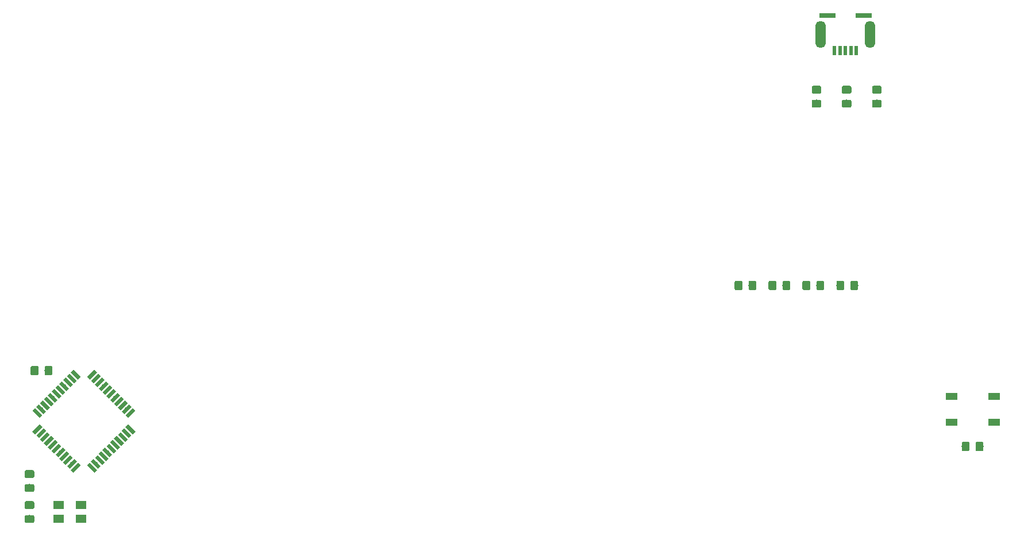
<source format=gbr>
G04 #@! TF.GenerationSoftware,KiCad,Pcbnew,(5.0.0-3-g5ebb6b6)*
G04 #@! TF.CreationDate,2019-05-05T10:35:57-03:00*
G04 #@! TF.ProjectId,elongate,656C6F6E676174652E6B696361645F70,rev?*
G04 #@! TF.SameCoordinates,Original*
G04 #@! TF.FileFunction,Paste,Bot*
G04 #@! TF.FilePolarity,Positive*
%FSLAX46Y46*%
G04 Gerber Fmt 4.6, Leading zero omitted, Abs format (unit mm)*
G04 Created by KiCad (PCBNEW (5.0.0-3-g5ebb6b6)) date 2019 May 05, Sunday 10:35:57*
%MOMM*%
%LPD*%
G01*
G04 APERTURE LIST*
%ADD10C,0.100000*%
%ADD11C,1.150000*%
%ADD12R,1.600000X1.300000*%
%ADD13R,1.700000X1.000000*%
%ADD14R,2.350000X0.800000*%
%ADD15R,0.500000X1.400000*%
%ADD16O,1.500000X4.000000*%
%ADD17C,0.550000*%
G04 APERTURE END LIST*
D10*
G04 #@! TO.C,C1*
G36*
X113758505Y-72850204D02*
X113782773Y-72853804D01*
X113806572Y-72859765D01*
X113829671Y-72868030D01*
X113851850Y-72878520D01*
X113872893Y-72891132D01*
X113892599Y-72905747D01*
X113910777Y-72922223D01*
X113927253Y-72940401D01*
X113941868Y-72960107D01*
X113954480Y-72981150D01*
X113964970Y-73003329D01*
X113973235Y-73026428D01*
X113979196Y-73050227D01*
X113982796Y-73074495D01*
X113984000Y-73098999D01*
X113984000Y-73749001D01*
X113982796Y-73773505D01*
X113979196Y-73797773D01*
X113973235Y-73821572D01*
X113964970Y-73844671D01*
X113954480Y-73866850D01*
X113941868Y-73887893D01*
X113927253Y-73907599D01*
X113910777Y-73925777D01*
X113892599Y-73942253D01*
X113872893Y-73956868D01*
X113851850Y-73969480D01*
X113829671Y-73979970D01*
X113806572Y-73988235D01*
X113782773Y-73994196D01*
X113758505Y-73997796D01*
X113734001Y-73999000D01*
X112833999Y-73999000D01*
X112809495Y-73997796D01*
X112785227Y-73994196D01*
X112761428Y-73988235D01*
X112738329Y-73979970D01*
X112716150Y-73969480D01*
X112695107Y-73956868D01*
X112675401Y-73942253D01*
X112657223Y-73925777D01*
X112640747Y-73907599D01*
X112626132Y-73887893D01*
X112613520Y-73866850D01*
X112603030Y-73844671D01*
X112594765Y-73821572D01*
X112588804Y-73797773D01*
X112585204Y-73773505D01*
X112584000Y-73749001D01*
X112584000Y-73098999D01*
X112585204Y-73074495D01*
X112588804Y-73050227D01*
X112594765Y-73026428D01*
X112603030Y-73003329D01*
X112613520Y-72981150D01*
X112626132Y-72960107D01*
X112640747Y-72940401D01*
X112657223Y-72922223D01*
X112675401Y-72905747D01*
X112695107Y-72891132D01*
X112716150Y-72878520D01*
X112738329Y-72868030D01*
X112761428Y-72859765D01*
X112785227Y-72853804D01*
X112809495Y-72850204D01*
X112833999Y-72849000D01*
X113734001Y-72849000D01*
X113758505Y-72850204D01*
X113758505Y-72850204D01*
G37*
D11*
X113284000Y-73424000D03*
D10*
G36*
X113758505Y-70800204D02*
X113782773Y-70803804D01*
X113806572Y-70809765D01*
X113829671Y-70818030D01*
X113851850Y-70828520D01*
X113872893Y-70841132D01*
X113892599Y-70855747D01*
X113910777Y-70872223D01*
X113927253Y-70890401D01*
X113941868Y-70910107D01*
X113954480Y-70931150D01*
X113964970Y-70953329D01*
X113973235Y-70976428D01*
X113979196Y-71000227D01*
X113982796Y-71024495D01*
X113984000Y-71048999D01*
X113984000Y-71699001D01*
X113982796Y-71723505D01*
X113979196Y-71747773D01*
X113973235Y-71771572D01*
X113964970Y-71794671D01*
X113954480Y-71816850D01*
X113941868Y-71837893D01*
X113927253Y-71857599D01*
X113910777Y-71875777D01*
X113892599Y-71892253D01*
X113872893Y-71906868D01*
X113851850Y-71919480D01*
X113829671Y-71929970D01*
X113806572Y-71938235D01*
X113782773Y-71944196D01*
X113758505Y-71947796D01*
X113734001Y-71949000D01*
X112833999Y-71949000D01*
X112809495Y-71947796D01*
X112785227Y-71944196D01*
X112761428Y-71938235D01*
X112738329Y-71929970D01*
X112716150Y-71919480D01*
X112695107Y-71906868D01*
X112675401Y-71892253D01*
X112657223Y-71875777D01*
X112640747Y-71857599D01*
X112626132Y-71837893D01*
X112613520Y-71816850D01*
X112603030Y-71794671D01*
X112594765Y-71771572D01*
X112588804Y-71747773D01*
X112585204Y-71723505D01*
X112584000Y-71699001D01*
X112584000Y-71048999D01*
X112585204Y-71024495D01*
X112588804Y-71000227D01*
X112594765Y-70976428D01*
X112603030Y-70953329D01*
X112613520Y-70931150D01*
X112626132Y-70910107D01*
X112640747Y-70890401D01*
X112657223Y-70872223D01*
X112675401Y-70855747D01*
X112695107Y-70841132D01*
X112716150Y-70828520D01*
X112738329Y-70818030D01*
X112761428Y-70809765D01*
X112785227Y-70803804D01*
X112809495Y-70800204D01*
X112833999Y-70799000D01*
X113734001Y-70799000D01*
X113758505Y-70800204D01*
X113758505Y-70800204D01*
G37*
D11*
X113284000Y-71374000D03*
G04 #@! TD*
D10*
G04 #@! TO.C,C2*
G36*
X113758505Y-66228204D02*
X113782773Y-66231804D01*
X113806572Y-66237765D01*
X113829671Y-66246030D01*
X113851850Y-66256520D01*
X113872893Y-66269132D01*
X113892599Y-66283747D01*
X113910777Y-66300223D01*
X113927253Y-66318401D01*
X113941868Y-66338107D01*
X113954480Y-66359150D01*
X113964970Y-66381329D01*
X113973235Y-66404428D01*
X113979196Y-66428227D01*
X113982796Y-66452495D01*
X113984000Y-66476999D01*
X113984000Y-67127001D01*
X113982796Y-67151505D01*
X113979196Y-67175773D01*
X113973235Y-67199572D01*
X113964970Y-67222671D01*
X113954480Y-67244850D01*
X113941868Y-67265893D01*
X113927253Y-67285599D01*
X113910777Y-67303777D01*
X113892599Y-67320253D01*
X113872893Y-67334868D01*
X113851850Y-67347480D01*
X113829671Y-67357970D01*
X113806572Y-67366235D01*
X113782773Y-67372196D01*
X113758505Y-67375796D01*
X113734001Y-67377000D01*
X112833999Y-67377000D01*
X112809495Y-67375796D01*
X112785227Y-67372196D01*
X112761428Y-67366235D01*
X112738329Y-67357970D01*
X112716150Y-67347480D01*
X112695107Y-67334868D01*
X112675401Y-67320253D01*
X112657223Y-67303777D01*
X112640747Y-67285599D01*
X112626132Y-67265893D01*
X112613520Y-67244850D01*
X112603030Y-67222671D01*
X112594765Y-67199572D01*
X112588804Y-67175773D01*
X112585204Y-67151505D01*
X112584000Y-67127001D01*
X112584000Y-66476999D01*
X112585204Y-66452495D01*
X112588804Y-66428227D01*
X112594765Y-66404428D01*
X112603030Y-66381329D01*
X112613520Y-66359150D01*
X112626132Y-66338107D01*
X112640747Y-66318401D01*
X112657223Y-66300223D01*
X112675401Y-66283747D01*
X112695107Y-66269132D01*
X112716150Y-66256520D01*
X112738329Y-66246030D01*
X112761428Y-66237765D01*
X112785227Y-66231804D01*
X112809495Y-66228204D01*
X112833999Y-66227000D01*
X113734001Y-66227000D01*
X113758505Y-66228204D01*
X113758505Y-66228204D01*
G37*
D11*
X113284000Y-66802000D03*
D10*
G36*
X113758505Y-68278204D02*
X113782773Y-68281804D01*
X113806572Y-68287765D01*
X113829671Y-68296030D01*
X113851850Y-68306520D01*
X113872893Y-68319132D01*
X113892599Y-68333747D01*
X113910777Y-68350223D01*
X113927253Y-68368401D01*
X113941868Y-68388107D01*
X113954480Y-68409150D01*
X113964970Y-68431329D01*
X113973235Y-68454428D01*
X113979196Y-68478227D01*
X113982796Y-68502495D01*
X113984000Y-68526999D01*
X113984000Y-69177001D01*
X113982796Y-69201505D01*
X113979196Y-69225773D01*
X113973235Y-69249572D01*
X113964970Y-69272671D01*
X113954480Y-69294850D01*
X113941868Y-69315893D01*
X113927253Y-69335599D01*
X113910777Y-69353777D01*
X113892599Y-69370253D01*
X113872893Y-69384868D01*
X113851850Y-69397480D01*
X113829671Y-69407970D01*
X113806572Y-69416235D01*
X113782773Y-69422196D01*
X113758505Y-69425796D01*
X113734001Y-69427000D01*
X112833999Y-69427000D01*
X112809495Y-69425796D01*
X112785227Y-69422196D01*
X112761428Y-69416235D01*
X112738329Y-69407970D01*
X112716150Y-69397480D01*
X112695107Y-69384868D01*
X112675401Y-69370253D01*
X112657223Y-69353777D01*
X112640747Y-69335599D01*
X112626132Y-69315893D01*
X112613520Y-69294850D01*
X112603030Y-69272671D01*
X112594765Y-69249572D01*
X112588804Y-69225773D01*
X112585204Y-69201505D01*
X112584000Y-69177001D01*
X112584000Y-68526999D01*
X112585204Y-68502495D01*
X112588804Y-68478227D01*
X112594765Y-68454428D01*
X112603030Y-68431329D01*
X112613520Y-68409150D01*
X112626132Y-68388107D01*
X112640747Y-68368401D01*
X112657223Y-68350223D01*
X112675401Y-68333747D01*
X112695107Y-68319132D01*
X112716150Y-68306520D01*
X112738329Y-68296030D01*
X112761428Y-68287765D01*
X112785227Y-68281804D01*
X112809495Y-68278204D01*
X112833999Y-68277000D01*
X113734001Y-68277000D01*
X113758505Y-68278204D01*
X113758505Y-68278204D01*
G37*
D11*
X113284000Y-68852000D03*
G04 #@! TD*
D12*
G04 #@! TO.C,X1*
X117602000Y-71374000D03*
X120902000Y-71374000D03*
X120902000Y-73374000D03*
X117602000Y-73374000D03*
G04 #@! TD*
D10*
G04 #@! TO.C,R1*
G36*
X253605505Y-62039204D02*
X253629773Y-62042804D01*
X253653572Y-62048765D01*
X253676671Y-62057030D01*
X253698850Y-62067520D01*
X253719893Y-62080132D01*
X253739599Y-62094747D01*
X253757777Y-62111223D01*
X253774253Y-62129401D01*
X253788868Y-62149107D01*
X253801480Y-62170150D01*
X253811970Y-62192329D01*
X253820235Y-62215428D01*
X253826196Y-62239227D01*
X253829796Y-62263495D01*
X253831000Y-62287999D01*
X253831000Y-63188001D01*
X253829796Y-63212505D01*
X253826196Y-63236773D01*
X253820235Y-63260572D01*
X253811970Y-63283671D01*
X253801480Y-63305850D01*
X253788868Y-63326893D01*
X253774253Y-63346599D01*
X253757777Y-63364777D01*
X253739599Y-63381253D01*
X253719893Y-63395868D01*
X253698850Y-63408480D01*
X253676671Y-63418970D01*
X253653572Y-63427235D01*
X253629773Y-63433196D01*
X253605505Y-63436796D01*
X253581001Y-63438000D01*
X252930999Y-63438000D01*
X252906495Y-63436796D01*
X252882227Y-63433196D01*
X252858428Y-63427235D01*
X252835329Y-63418970D01*
X252813150Y-63408480D01*
X252792107Y-63395868D01*
X252772401Y-63381253D01*
X252754223Y-63364777D01*
X252737747Y-63346599D01*
X252723132Y-63326893D01*
X252710520Y-63305850D01*
X252700030Y-63283671D01*
X252691765Y-63260572D01*
X252685804Y-63236773D01*
X252682204Y-63212505D01*
X252681000Y-63188001D01*
X252681000Y-62287999D01*
X252682204Y-62263495D01*
X252685804Y-62239227D01*
X252691765Y-62215428D01*
X252700030Y-62192329D01*
X252710520Y-62170150D01*
X252723132Y-62149107D01*
X252737747Y-62129401D01*
X252754223Y-62111223D01*
X252772401Y-62094747D01*
X252792107Y-62080132D01*
X252813150Y-62067520D01*
X252835329Y-62057030D01*
X252858428Y-62048765D01*
X252882227Y-62042804D01*
X252906495Y-62039204D01*
X252930999Y-62038000D01*
X253581001Y-62038000D01*
X253605505Y-62039204D01*
X253605505Y-62039204D01*
G37*
D11*
X253256000Y-62738000D03*
D10*
G36*
X251555505Y-62039204D02*
X251579773Y-62042804D01*
X251603572Y-62048765D01*
X251626671Y-62057030D01*
X251648850Y-62067520D01*
X251669893Y-62080132D01*
X251689599Y-62094747D01*
X251707777Y-62111223D01*
X251724253Y-62129401D01*
X251738868Y-62149107D01*
X251751480Y-62170150D01*
X251761970Y-62192329D01*
X251770235Y-62215428D01*
X251776196Y-62239227D01*
X251779796Y-62263495D01*
X251781000Y-62287999D01*
X251781000Y-63188001D01*
X251779796Y-63212505D01*
X251776196Y-63236773D01*
X251770235Y-63260572D01*
X251761970Y-63283671D01*
X251751480Y-63305850D01*
X251738868Y-63326893D01*
X251724253Y-63346599D01*
X251707777Y-63364777D01*
X251689599Y-63381253D01*
X251669893Y-63395868D01*
X251648850Y-63408480D01*
X251626671Y-63418970D01*
X251603572Y-63427235D01*
X251579773Y-63433196D01*
X251555505Y-63436796D01*
X251531001Y-63438000D01*
X250880999Y-63438000D01*
X250856495Y-63436796D01*
X250832227Y-63433196D01*
X250808428Y-63427235D01*
X250785329Y-63418970D01*
X250763150Y-63408480D01*
X250742107Y-63395868D01*
X250722401Y-63381253D01*
X250704223Y-63364777D01*
X250687747Y-63346599D01*
X250673132Y-63326893D01*
X250660520Y-63305850D01*
X250650030Y-63283671D01*
X250641765Y-63260572D01*
X250635804Y-63236773D01*
X250632204Y-63212505D01*
X250631000Y-63188001D01*
X250631000Y-62287999D01*
X250632204Y-62263495D01*
X250635804Y-62239227D01*
X250641765Y-62215428D01*
X250650030Y-62192329D01*
X250660520Y-62170150D01*
X250673132Y-62149107D01*
X250687747Y-62129401D01*
X250704223Y-62111223D01*
X250722401Y-62094747D01*
X250742107Y-62080132D01*
X250763150Y-62067520D01*
X250785329Y-62057030D01*
X250808428Y-62048765D01*
X250832227Y-62042804D01*
X250856495Y-62039204D01*
X250880999Y-62038000D01*
X251531001Y-62038000D01*
X251555505Y-62039204D01*
X251555505Y-62039204D01*
G37*
D11*
X251206000Y-62738000D03*
G04 #@! TD*
D13*
G04 #@! TO.C,SW1*
X249125000Y-59150000D03*
X255425000Y-59150000D03*
X249125000Y-55350000D03*
X255425000Y-55350000D03*
G04 #@! TD*
D10*
G04 #@! TO.C,R2*
G36*
X116427505Y-50863204D02*
X116451773Y-50866804D01*
X116475572Y-50872765D01*
X116498671Y-50881030D01*
X116520850Y-50891520D01*
X116541893Y-50904132D01*
X116561599Y-50918747D01*
X116579777Y-50935223D01*
X116596253Y-50953401D01*
X116610868Y-50973107D01*
X116623480Y-50994150D01*
X116633970Y-51016329D01*
X116642235Y-51039428D01*
X116648196Y-51063227D01*
X116651796Y-51087495D01*
X116653000Y-51111999D01*
X116653000Y-52012001D01*
X116651796Y-52036505D01*
X116648196Y-52060773D01*
X116642235Y-52084572D01*
X116633970Y-52107671D01*
X116623480Y-52129850D01*
X116610868Y-52150893D01*
X116596253Y-52170599D01*
X116579777Y-52188777D01*
X116561599Y-52205253D01*
X116541893Y-52219868D01*
X116520850Y-52232480D01*
X116498671Y-52242970D01*
X116475572Y-52251235D01*
X116451773Y-52257196D01*
X116427505Y-52260796D01*
X116403001Y-52262000D01*
X115752999Y-52262000D01*
X115728495Y-52260796D01*
X115704227Y-52257196D01*
X115680428Y-52251235D01*
X115657329Y-52242970D01*
X115635150Y-52232480D01*
X115614107Y-52219868D01*
X115594401Y-52205253D01*
X115576223Y-52188777D01*
X115559747Y-52170599D01*
X115545132Y-52150893D01*
X115532520Y-52129850D01*
X115522030Y-52107671D01*
X115513765Y-52084572D01*
X115507804Y-52060773D01*
X115504204Y-52036505D01*
X115503000Y-52012001D01*
X115503000Y-51111999D01*
X115504204Y-51087495D01*
X115507804Y-51063227D01*
X115513765Y-51039428D01*
X115522030Y-51016329D01*
X115532520Y-50994150D01*
X115545132Y-50973107D01*
X115559747Y-50953401D01*
X115576223Y-50935223D01*
X115594401Y-50918747D01*
X115614107Y-50904132D01*
X115635150Y-50891520D01*
X115657329Y-50881030D01*
X115680428Y-50872765D01*
X115704227Y-50866804D01*
X115728495Y-50863204D01*
X115752999Y-50862000D01*
X116403001Y-50862000D01*
X116427505Y-50863204D01*
X116427505Y-50863204D01*
G37*
D11*
X116078000Y-51562000D03*
D10*
G36*
X114377505Y-50863204D02*
X114401773Y-50866804D01*
X114425572Y-50872765D01*
X114448671Y-50881030D01*
X114470850Y-50891520D01*
X114491893Y-50904132D01*
X114511599Y-50918747D01*
X114529777Y-50935223D01*
X114546253Y-50953401D01*
X114560868Y-50973107D01*
X114573480Y-50994150D01*
X114583970Y-51016329D01*
X114592235Y-51039428D01*
X114598196Y-51063227D01*
X114601796Y-51087495D01*
X114603000Y-51111999D01*
X114603000Y-52012001D01*
X114601796Y-52036505D01*
X114598196Y-52060773D01*
X114592235Y-52084572D01*
X114583970Y-52107671D01*
X114573480Y-52129850D01*
X114560868Y-52150893D01*
X114546253Y-52170599D01*
X114529777Y-52188777D01*
X114511599Y-52205253D01*
X114491893Y-52219868D01*
X114470850Y-52232480D01*
X114448671Y-52242970D01*
X114425572Y-52251235D01*
X114401773Y-52257196D01*
X114377505Y-52260796D01*
X114353001Y-52262000D01*
X113702999Y-52262000D01*
X113678495Y-52260796D01*
X113654227Y-52257196D01*
X113630428Y-52251235D01*
X113607329Y-52242970D01*
X113585150Y-52232480D01*
X113564107Y-52219868D01*
X113544401Y-52205253D01*
X113526223Y-52188777D01*
X113509747Y-52170599D01*
X113495132Y-52150893D01*
X113482520Y-52129850D01*
X113472030Y-52107671D01*
X113463765Y-52084572D01*
X113457804Y-52060773D01*
X113454204Y-52036505D01*
X113453000Y-52012001D01*
X113453000Y-51111999D01*
X113454204Y-51087495D01*
X113457804Y-51063227D01*
X113463765Y-51039428D01*
X113472030Y-51016329D01*
X113482520Y-50994150D01*
X113495132Y-50973107D01*
X113509747Y-50953401D01*
X113526223Y-50935223D01*
X113544401Y-50918747D01*
X113564107Y-50904132D01*
X113585150Y-50891520D01*
X113607329Y-50881030D01*
X113630428Y-50872765D01*
X113654227Y-50866804D01*
X113678495Y-50863204D01*
X113702999Y-50862000D01*
X114353001Y-50862000D01*
X114377505Y-50863204D01*
X114377505Y-50863204D01*
G37*
D11*
X114028000Y-51562000D03*
G04 #@! TD*
D10*
G04 #@! TO.C,R3*
G36*
X229709505Y-11636204D02*
X229733773Y-11639804D01*
X229757572Y-11645765D01*
X229780671Y-11654030D01*
X229802850Y-11664520D01*
X229823893Y-11677132D01*
X229843599Y-11691747D01*
X229861777Y-11708223D01*
X229878253Y-11726401D01*
X229892868Y-11746107D01*
X229905480Y-11767150D01*
X229915970Y-11789329D01*
X229924235Y-11812428D01*
X229930196Y-11836227D01*
X229933796Y-11860495D01*
X229935000Y-11884999D01*
X229935000Y-12535001D01*
X229933796Y-12559505D01*
X229930196Y-12583773D01*
X229924235Y-12607572D01*
X229915970Y-12630671D01*
X229905480Y-12652850D01*
X229892868Y-12673893D01*
X229878253Y-12693599D01*
X229861777Y-12711777D01*
X229843599Y-12728253D01*
X229823893Y-12742868D01*
X229802850Y-12755480D01*
X229780671Y-12765970D01*
X229757572Y-12774235D01*
X229733773Y-12780196D01*
X229709505Y-12783796D01*
X229685001Y-12785000D01*
X228784999Y-12785000D01*
X228760495Y-12783796D01*
X228736227Y-12780196D01*
X228712428Y-12774235D01*
X228689329Y-12765970D01*
X228667150Y-12755480D01*
X228646107Y-12742868D01*
X228626401Y-12728253D01*
X228608223Y-12711777D01*
X228591747Y-12693599D01*
X228577132Y-12673893D01*
X228564520Y-12652850D01*
X228554030Y-12630671D01*
X228545765Y-12607572D01*
X228539804Y-12583773D01*
X228536204Y-12559505D01*
X228535000Y-12535001D01*
X228535000Y-11884999D01*
X228536204Y-11860495D01*
X228539804Y-11836227D01*
X228545765Y-11812428D01*
X228554030Y-11789329D01*
X228564520Y-11767150D01*
X228577132Y-11746107D01*
X228591747Y-11726401D01*
X228608223Y-11708223D01*
X228626401Y-11691747D01*
X228646107Y-11677132D01*
X228667150Y-11664520D01*
X228689329Y-11654030D01*
X228712428Y-11645765D01*
X228736227Y-11639804D01*
X228760495Y-11636204D01*
X228784999Y-11635000D01*
X229685001Y-11635000D01*
X229709505Y-11636204D01*
X229709505Y-11636204D01*
G37*
D11*
X229235000Y-12210000D03*
D10*
G36*
X229709505Y-9586204D02*
X229733773Y-9589804D01*
X229757572Y-9595765D01*
X229780671Y-9604030D01*
X229802850Y-9614520D01*
X229823893Y-9627132D01*
X229843599Y-9641747D01*
X229861777Y-9658223D01*
X229878253Y-9676401D01*
X229892868Y-9696107D01*
X229905480Y-9717150D01*
X229915970Y-9739329D01*
X229924235Y-9762428D01*
X229930196Y-9786227D01*
X229933796Y-9810495D01*
X229935000Y-9834999D01*
X229935000Y-10485001D01*
X229933796Y-10509505D01*
X229930196Y-10533773D01*
X229924235Y-10557572D01*
X229915970Y-10580671D01*
X229905480Y-10602850D01*
X229892868Y-10623893D01*
X229878253Y-10643599D01*
X229861777Y-10661777D01*
X229843599Y-10678253D01*
X229823893Y-10692868D01*
X229802850Y-10705480D01*
X229780671Y-10715970D01*
X229757572Y-10724235D01*
X229733773Y-10730196D01*
X229709505Y-10733796D01*
X229685001Y-10735000D01*
X228784999Y-10735000D01*
X228760495Y-10733796D01*
X228736227Y-10730196D01*
X228712428Y-10724235D01*
X228689329Y-10715970D01*
X228667150Y-10705480D01*
X228646107Y-10692868D01*
X228626401Y-10678253D01*
X228608223Y-10661777D01*
X228591747Y-10643599D01*
X228577132Y-10623893D01*
X228564520Y-10602850D01*
X228554030Y-10580671D01*
X228545765Y-10557572D01*
X228539804Y-10533773D01*
X228536204Y-10509505D01*
X228535000Y-10485001D01*
X228535000Y-9834999D01*
X228536204Y-9810495D01*
X228539804Y-9786227D01*
X228545765Y-9762428D01*
X228554030Y-9739329D01*
X228564520Y-9717150D01*
X228577132Y-9696107D01*
X228591747Y-9676401D01*
X228608223Y-9658223D01*
X228626401Y-9641747D01*
X228646107Y-9627132D01*
X228667150Y-9614520D01*
X228689329Y-9604030D01*
X228712428Y-9595765D01*
X228736227Y-9589804D01*
X228760495Y-9586204D01*
X228784999Y-9585000D01*
X229685001Y-9585000D01*
X229709505Y-9586204D01*
X229709505Y-9586204D01*
G37*
D11*
X229235000Y-10160000D03*
G04 #@! TD*
D10*
G04 #@! TO.C,R4*
G36*
X234154505Y-11636204D02*
X234178773Y-11639804D01*
X234202572Y-11645765D01*
X234225671Y-11654030D01*
X234247850Y-11664520D01*
X234268893Y-11677132D01*
X234288599Y-11691747D01*
X234306777Y-11708223D01*
X234323253Y-11726401D01*
X234337868Y-11746107D01*
X234350480Y-11767150D01*
X234360970Y-11789329D01*
X234369235Y-11812428D01*
X234375196Y-11836227D01*
X234378796Y-11860495D01*
X234380000Y-11884999D01*
X234380000Y-12535001D01*
X234378796Y-12559505D01*
X234375196Y-12583773D01*
X234369235Y-12607572D01*
X234360970Y-12630671D01*
X234350480Y-12652850D01*
X234337868Y-12673893D01*
X234323253Y-12693599D01*
X234306777Y-12711777D01*
X234288599Y-12728253D01*
X234268893Y-12742868D01*
X234247850Y-12755480D01*
X234225671Y-12765970D01*
X234202572Y-12774235D01*
X234178773Y-12780196D01*
X234154505Y-12783796D01*
X234130001Y-12785000D01*
X233229999Y-12785000D01*
X233205495Y-12783796D01*
X233181227Y-12780196D01*
X233157428Y-12774235D01*
X233134329Y-12765970D01*
X233112150Y-12755480D01*
X233091107Y-12742868D01*
X233071401Y-12728253D01*
X233053223Y-12711777D01*
X233036747Y-12693599D01*
X233022132Y-12673893D01*
X233009520Y-12652850D01*
X232999030Y-12630671D01*
X232990765Y-12607572D01*
X232984804Y-12583773D01*
X232981204Y-12559505D01*
X232980000Y-12535001D01*
X232980000Y-11884999D01*
X232981204Y-11860495D01*
X232984804Y-11836227D01*
X232990765Y-11812428D01*
X232999030Y-11789329D01*
X233009520Y-11767150D01*
X233022132Y-11746107D01*
X233036747Y-11726401D01*
X233053223Y-11708223D01*
X233071401Y-11691747D01*
X233091107Y-11677132D01*
X233112150Y-11664520D01*
X233134329Y-11654030D01*
X233157428Y-11645765D01*
X233181227Y-11639804D01*
X233205495Y-11636204D01*
X233229999Y-11635000D01*
X234130001Y-11635000D01*
X234154505Y-11636204D01*
X234154505Y-11636204D01*
G37*
D11*
X233680000Y-12210000D03*
D10*
G36*
X234154505Y-9586204D02*
X234178773Y-9589804D01*
X234202572Y-9595765D01*
X234225671Y-9604030D01*
X234247850Y-9614520D01*
X234268893Y-9627132D01*
X234288599Y-9641747D01*
X234306777Y-9658223D01*
X234323253Y-9676401D01*
X234337868Y-9696107D01*
X234350480Y-9717150D01*
X234360970Y-9739329D01*
X234369235Y-9762428D01*
X234375196Y-9786227D01*
X234378796Y-9810495D01*
X234380000Y-9834999D01*
X234380000Y-10485001D01*
X234378796Y-10509505D01*
X234375196Y-10533773D01*
X234369235Y-10557572D01*
X234360970Y-10580671D01*
X234350480Y-10602850D01*
X234337868Y-10623893D01*
X234323253Y-10643599D01*
X234306777Y-10661777D01*
X234288599Y-10678253D01*
X234268893Y-10692868D01*
X234247850Y-10705480D01*
X234225671Y-10715970D01*
X234202572Y-10724235D01*
X234178773Y-10730196D01*
X234154505Y-10733796D01*
X234130001Y-10735000D01*
X233229999Y-10735000D01*
X233205495Y-10733796D01*
X233181227Y-10730196D01*
X233157428Y-10724235D01*
X233134329Y-10715970D01*
X233112150Y-10705480D01*
X233091107Y-10692868D01*
X233071401Y-10678253D01*
X233053223Y-10661777D01*
X233036747Y-10643599D01*
X233022132Y-10623893D01*
X233009520Y-10602850D01*
X232999030Y-10580671D01*
X232990765Y-10557572D01*
X232984804Y-10533773D01*
X232981204Y-10509505D01*
X232980000Y-10485001D01*
X232980000Y-9834999D01*
X232981204Y-9810495D01*
X232984804Y-9786227D01*
X232990765Y-9762428D01*
X232999030Y-9739329D01*
X233009520Y-9717150D01*
X233022132Y-9696107D01*
X233036747Y-9676401D01*
X233053223Y-9658223D01*
X233071401Y-9641747D01*
X233091107Y-9627132D01*
X233112150Y-9614520D01*
X233134329Y-9604030D01*
X233157428Y-9595765D01*
X233181227Y-9589804D01*
X233205495Y-9586204D01*
X233229999Y-9585000D01*
X234130001Y-9585000D01*
X234154505Y-9586204D01*
X234154505Y-9586204D01*
G37*
D11*
X233680000Y-10160000D03*
G04 #@! TD*
D14*
G04 #@! TO.C,USB1*
X236175000Y800000D03*
X230825000Y800000D03*
D15*
X231900000Y-4400000D03*
X232700000Y-4400000D03*
X233500000Y-4400000D03*
X234300000Y-4400000D03*
X235100000Y-4400000D03*
D16*
X229850000Y-2000000D03*
X237150000Y-2000000D03*
G04 #@! TD*
D10*
G04 #@! TO.C,C3*
G36*
X238599505Y-11636204D02*
X238623773Y-11639804D01*
X238647572Y-11645765D01*
X238670671Y-11654030D01*
X238692850Y-11664520D01*
X238713893Y-11677132D01*
X238733599Y-11691747D01*
X238751777Y-11708223D01*
X238768253Y-11726401D01*
X238782868Y-11746107D01*
X238795480Y-11767150D01*
X238805970Y-11789329D01*
X238814235Y-11812428D01*
X238820196Y-11836227D01*
X238823796Y-11860495D01*
X238825000Y-11884999D01*
X238825000Y-12535001D01*
X238823796Y-12559505D01*
X238820196Y-12583773D01*
X238814235Y-12607572D01*
X238805970Y-12630671D01*
X238795480Y-12652850D01*
X238782868Y-12673893D01*
X238768253Y-12693599D01*
X238751777Y-12711777D01*
X238733599Y-12728253D01*
X238713893Y-12742868D01*
X238692850Y-12755480D01*
X238670671Y-12765970D01*
X238647572Y-12774235D01*
X238623773Y-12780196D01*
X238599505Y-12783796D01*
X238575001Y-12785000D01*
X237674999Y-12785000D01*
X237650495Y-12783796D01*
X237626227Y-12780196D01*
X237602428Y-12774235D01*
X237579329Y-12765970D01*
X237557150Y-12755480D01*
X237536107Y-12742868D01*
X237516401Y-12728253D01*
X237498223Y-12711777D01*
X237481747Y-12693599D01*
X237467132Y-12673893D01*
X237454520Y-12652850D01*
X237444030Y-12630671D01*
X237435765Y-12607572D01*
X237429804Y-12583773D01*
X237426204Y-12559505D01*
X237425000Y-12535001D01*
X237425000Y-11884999D01*
X237426204Y-11860495D01*
X237429804Y-11836227D01*
X237435765Y-11812428D01*
X237444030Y-11789329D01*
X237454520Y-11767150D01*
X237467132Y-11746107D01*
X237481747Y-11726401D01*
X237498223Y-11708223D01*
X237516401Y-11691747D01*
X237536107Y-11677132D01*
X237557150Y-11664520D01*
X237579329Y-11654030D01*
X237602428Y-11645765D01*
X237626227Y-11639804D01*
X237650495Y-11636204D01*
X237674999Y-11635000D01*
X238575001Y-11635000D01*
X238599505Y-11636204D01*
X238599505Y-11636204D01*
G37*
D11*
X238125000Y-12210000D03*
D10*
G36*
X238599505Y-9586204D02*
X238623773Y-9589804D01*
X238647572Y-9595765D01*
X238670671Y-9604030D01*
X238692850Y-9614520D01*
X238713893Y-9627132D01*
X238733599Y-9641747D01*
X238751777Y-9658223D01*
X238768253Y-9676401D01*
X238782868Y-9696107D01*
X238795480Y-9717150D01*
X238805970Y-9739329D01*
X238814235Y-9762428D01*
X238820196Y-9786227D01*
X238823796Y-9810495D01*
X238825000Y-9834999D01*
X238825000Y-10485001D01*
X238823796Y-10509505D01*
X238820196Y-10533773D01*
X238814235Y-10557572D01*
X238805970Y-10580671D01*
X238795480Y-10602850D01*
X238782868Y-10623893D01*
X238768253Y-10643599D01*
X238751777Y-10661777D01*
X238733599Y-10678253D01*
X238713893Y-10692868D01*
X238692850Y-10705480D01*
X238670671Y-10715970D01*
X238647572Y-10724235D01*
X238623773Y-10730196D01*
X238599505Y-10733796D01*
X238575001Y-10735000D01*
X237674999Y-10735000D01*
X237650495Y-10733796D01*
X237626227Y-10730196D01*
X237602428Y-10724235D01*
X237579329Y-10715970D01*
X237557150Y-10705480D01*
X237536107Y-10692868D01*
X237516401Y-10678253D01*
X237498223Y-10661777D01*
X237481747Y-10643599D01*
X237467132Y-10623893D01*
X237454520Y-10602850D01*
X237444030Y-10580671D01*
X237435765Y-10557572D01*
X237429804Y-10533773D01*
X237426204Y-10509505D01*
X237425000Y-10485001D01*
X237425000Y-9834999D01*
X237426204Y-9810495D01*
X237429804Y-9786227D01*
X237435765Y-9762428D01*
X237444030Y-9739329D01*
X237454520Y-9717150D01*
X237467132Y-9696107D01*
X237481747Y-9676401D01*
X237498223Y-9658223D01*
X237516401Y-9641747D01*
X237536107Y-9627132D01*
X237557150Y-9614520D01*
X237579329Y-9604030D01*
X237602428Y-9595765D01*
X237626227Y-9589804D01*
X237650495Y-9586204D01*
X237674999Y-9585000D01*
X238575001Y-9585000D01*
X238599505Y-9586204D01*
X238599505Y-9586204D01*
G37*
D11*
X238125000Y-10160000D03*
G04 #@! TD*
D17*
G04 #@! TO.C,U1*
X128158936Y-60202082D03*
D10*
G36*
X128883720Y-60537958D02*
X128494812Y-60926866D01*
X127434152Y-59866206D01*
X127823060Y-59477298D01*
X128883720Y-60537958D01*
X128883720Y-60537958D01*
G37*
D17*
X127593250Y-60767767D03*
D10*
G36*
X128318034Y-61103643D02*
X127929126Y-61492551D01*
X126868466Y-60431891D01*
X127257374Y-60042983D01*
X128318034Y-61103643D01*
X128318034Y-61103643D01*
G37*
D17*
X127027565Y-61333452D03*
D10*
G36*
X127752349Y-61669328D02*
X127363441Y-62058236D01*
X126302781Y-60997576D01*
X126691689Y-60608668D01*
X127752349Y-61669328D01*
X127752349Y-61669328D01*
G37*
D17*
X126461880Y-61899138D03*
D10*
G36*
X127186664Y-62235014D02*
X126797756Y-62623922D01*
X125737096Y-61563262D01*
X126126004Y-61174354D01*
X127186664Y-62235014D01*
X127186664Y-62235014D01*
G37*
D17*
X125896194Y-62464823D03*
D10*
G36*
X126620978Y-62800699D02*
X126232070Y-63189607D01*
X125171410Y-62128947D01*
X125560318Y-61740039D01*
X126620978Y-62800699D01*
X126620978Y-62800699D01*
G37*
D17*
X125330509Y-63030509D03*
D10*
G36*
X126055293Y-63366385D02*
X125666385Y-63755293D01*
X124605725Y-62694633D01*
X124994633Y-62305725D01*
X126055293Y-63366385D01*
X126055293Y-63366385D01*
G37*
D17*
X124764823Y-63596194D03*
D10*
G36*
X125489607Y-63932070D02*
X125100699Y-64320978D01*
X124040039Y-63260318D01*
X124428947Y-62871410D01*
X125489607Y-63932070D01*
X125489607Y-63932070D01*
G37*
D17*
X124199138Y-64161880D03*
D10*
G36*
X124923922Y-64497756D02*
X124535014Y-64886664D01*
X123474354Y-63826004D01*
X123863262Y-63437096D01*
X124923922Y-64497756D01*
X124923922Y-64497756D01*
G37*
D17*
X123633452Y-64727565D03*
D10*
G36*
X124358236Y-65063441D02*
X123969328Y-65452349D01*
X122908668Y-64391689D01*
X123297576Y-64002781D01*
X124358236Y-65063441D01*
X124358236Y-65063441D01*
G37*
D17*
X123067767Y-65293250D03*
D10*
G36*
X123792551Y-65629126D02*
X123403643Y-66018034D01*
X122342983Y-64957374D01*
X122731891Y-64568466D01*
X123792551Y-65629126D01*
X123792551Y-65629126D01*
G37*
D17*
X122502082Y-65858936D03*
D10*
G36*
X123226866Y-66194812D02*
X122837958Y-66583720D01*
X121777298Y-65523060D01*
X122166206Y-65134152D01*
X123226866Y-66194812D01*
X123226866Y-66194812D01*
G37*
D17*
X120097918Y-65858936D03*
D10*
G36*
X119762042Y-66583720D02*
X119373134Y-66194812D01*
X120433794Y-65134152D01*
X120822702Y-65523060D01*
X119762042Y-66583720D01*
X119762042Y-66583720D01*
G37*
D17*
X119532233Y-65293250D03*
D10*
G36*
X119196357Y-66018034D02*
X118807449Y-65629126D01*
X119868109Y-64568466D01*
X120257017Y-64957374D01*
X119196357Y-66018034D01*
X119196357Y-66018034D01*
G37*
D17*
X118966548Y-64727565D03*
D10*
G36*
X118630672Y-65452349D02*
X118241764Y-65063441D01*
X119302424Y-64002781D01*
X119691332Y-64391689D01*
X118630672Y-65452349D01*
X118630672Y-65452349D01*
G37*
D17*
X118400862Y-64161880D03*
D10*
G36*
X118064986Y-64886664D02*
X117676078Y-64497756D01*
X118736738Y-63437096D01*
X119125646Y-63826004D01*
X118064986Y-64886664D01*
X118064986Y-64886664D01*
G37*
D17*
X117835177Y-63596194D03*
D10*
G36*
X117499301Y-64320978D02*
X117110393Y-63932070D01*
X118171053Y-62871410D01*
X118559961Y-63260318D01*
X117499301Y-64320978D01*
X117499301Y-64320978D01*
G37*
D17*
X117269491Y-63030509D03*
D10*
G36*
X116933615Y-63755293D02*
X116544707Y-63366385D01*
X117605367Y-62305725D01*
X117994275Y-62694633D01*
X116933615Y-63755293D01*
X116933615Y-63755293D01*
G37*
D17*
X116703806Y-62464823D03*
D10*
G36*
X116367930Y-63189607D02*
X115979022Y-62800699D01*
X117039682Y-61740039D01*
X117428590Y-62128947D01*
X116367930Y-63189607D01*
X116367930Y-63189607D01*
G37*
D17*
X116138120Y-61899138D03*
D10*
G36*
X115802244Y-62623922D02*
X115413336Y-62235014D01*
X116473996Y-61174354D01*
X116862904Y-61563262D01*
X115802244Y-62623922D01*
X115802244Y-62623922D01*
G37*
D17*
X115572435Y-61333452D03*
D10*
G36*
X115236559Y-62058236D02*
X114847651Y-61669328D01*
X115908311Y-60608668D01*
X116297219Y-60997576D01*
X115236559Y-62058236D01*
X115236559Y-62058236D01*
G37*
D17*
X115006750Y-60767767D03*
D10*
G36*
X114670874Y-61492551D02*
X114281966Y-61103643D01*
X115342626Y-60042983D01*
X115731534Y-60431891D01*
X114670874Y-61492551D01*
X114670874Y-61492551D01*
G37*
D17*
X114441064Y-60202082D03*
D10*
G36*
X114105188Y-60926866D02*
X113716280Y-60537958D01*
X114776940Y-59477298D01*
X115165848Y-59866206D01*
X114105188Y-60926866D01*
X114105188Y-60926866D01*
G37*
D17*
X114441064Y-57797918D03*
D10*
G36*
X115165848Y-58133794D02*
X114776940Y-58522702D01*
X113716280Y-57462042D01*
X114105188Y-57073134D01*
X115165848Y-58133794D01*
X115165848Y-58133794D01*
G37*
D17*
X115006750Y-57232233D03*
D10*
G36*
X115731534Y-57568109D02*
X115342626Y-57957017D01*
X114281966Y-56896357D01*
X114670874Y-56507449D01*
X115731534Y-57568109D01*
X115731534Y-57568109D01*
G37*
D17*
X115572435Y-56666548D03*
D10*
G36*
X116297219Y-57002424D02*
X115908311Y-57391332D01*
X114847651Y-56330672D01*
X115236559Y-55941764D01*
X116297219Y-57002424D01*
X116297219Y-57002424D01*
G37*
D17*
X116138120Y-56100862D03*
D10*
G36*
X116862904Y-56436738D02*
X116473996Y-56825646D01*
X115413336Y-55764986D01*
X115802244Y-55376078D01*
X116862904Y-56436738D01*
X116862904Y-56436738D01*
G37*
D17*
X116703806Y-55535177D03*
D10*
G36*
X117428590Y-55871053D02*
X117039682Y-56259961D01*
X115979022Y-55199301D01*
X116367930Y-54810393D01*
X117428590Y-55871053D01*
X117428590Y-55871053D01*
G37*
D17*
X117269491Y-54969491D03*
D10*
G36*
X117994275Y-55305367D02*
X117605367Y-55694275D01*
X116544707Y-54633615D01*
X116933615Y-54244707D01*
X117994275Y-55305367D01*
X117994275Y-55305367D01*
G37*
D17*
X117835177Y-54403806D03*
D10*
G36*
X118559961Y-54739682D02*
X118171053Y-55128590D01*
X117110393Y-54067930D01*
X117499301Y-53679022D01*
X118559961Y-54739682D01*
X118559961Y-54739682D01*
G37*
D17*
X118400862Y-53838120D03*
D10*
G36*
X119125646Y-54173996D02*
X118736738Y-54562904D01*
X117676078Y-53502244D01*
X118064986Y-53113336D01*
X119125646Y-54173996D01*
X119125646Y-54173996D01*
G37*
D17*
X118966548Y-53272435D03*
D10*
G36*
X119691332Y-53608311D02*
X119302424Y-53997219D01*
X118241764Y-52936559D01*
X118630672Y-52547651D01*
X119691332Y-53608311D01*
X119691332Y-53608311D01*
G37*
D17*
X119532233Y-52706750D03*
D10*
G36*
X120257017Y-53042626D02*
X119868109Y-53431534D01*
X118807449Y-52370874D01*
X119196357Y-51981966D01*
X120257017Y-53042626D01*
X120257017Y-53042626D01*
G37*
D17*
X120097918Y-52141064D03*
D10*
G36*
X120822702Y-52476940D02*
X120433794Y-52865848D01*
X119373134Y-51805188D01*
X119762042Y-51416280D01*
X120822702Y-52476940D01*
X120822702Y-52476940D01*
G37*
D17*
X122502082Y-52141064D03*
D10*
G36*
X122166206Y-52865848D02*
X121777298Y-52476940D01*
X122837958Y-51416280D01*
X123226866Y-51805188D01*
X122166206Y-52865848D01*
X122166206Y-52865848D01*
G37*
D17*
X123067767Y-52706750D03*
D10*
G36*
X122731891Y-53431534D02*
X122342983Y-53042626D01*
X123403643Y-51981966D01*
X123792551Y-52370874D01*
X122731891Y-53431534D01*
X122731891Y-53431534D01*
G37*
D17*
X123633452Y-53272435D03*
D10*
G36*
X123297576Y-53997219D02*
X122908668Y-53608311D01*
X123969328Y-52547651D01*
X124358236Y-52936559D01*
X123297576Y-53997219D01*
X123297576Y-53997219D01*
G37*
D17*
X124199138Y-53838120D03*
D10*
G36*
X123863262Y-54562904D02*
X123474354Y-54173996D01*
X124535014Y-53113336D01*
X124923922Y-53502244D01*
X123863262Y-54562904D01*
X123863262Y-54562904D01*
G37*
D17*
X124764823Y-54403806D03*
D10*
G36*
X124428947Y-55128590D02*
X124040039Y-54739682D01*
X125100699Y-53679022D01*
X125489607Y-54067930D01*
X124428947Y-55128590D01*
X124428947Y-55128590D01*
G37*
D17*
X125330509Y-54969491D03*
D10*
G36*
X124994633Y-55694275D02*
X124605725Y-55305367D01*
X125666385Y-54244707D01*
X126055293Y-54633615D01*
X124994633Y-55694275D01*
X124994633Y-55694275D01*
G37*
D17*
X125896194Y-55535177D03*
D10*
G36*
X125560318Y-56259961D02*
X125171410Y-55871053D01*
X126232070Y-54810393D01*
X126620978Y-55199301D01*
X125560318Y-56259961D01*
X125560318Y-56259961D01*
G37*
D17*
X126461880Y-56100862D03*
D10*
G36*
X126126004Y-56825646D02*
X125737096Y-56436738D01*
X126797756Y-55376078D01*
X127186664Y-55764986D01*
X126126004Y-56825646D01*
X126126004Y-56825646D01*
G37*
D17*
X127027565Y-56666548D03*
D10*
G36*
X126691689Y-57391332D02*
X126302781Y-57002424D01*
X127363441Y-55941764D01*
X127752349Y-56330672D01*
X126691689Y-57391332D01*
X126691689Y-57391332D01*
G37*
D17*
X127593250Y-57232233D03*
D10*
G36*
X127257374Y-57957017D02*
X126868466Y-57568109D01*
X127929126Y-56507449D01*
X128318034Y-56896357D01*
X127257374Y-57957017D01*
X127257374Y-57957017D01*
G37*
D17*
X128158936Y-57797918D03*
D10*
G36*
X127823060Y-58522702D02*
X127434152Y-58133794D01*
X128494812Y-57073134D01*
X128883720Y-57462042D01*
X127823060Y-58522702D01*
X127823060Y-58522702D01*
G37*
G04 #@! TD*
G04 #@! TO.C,C4*
G36*
X218099505Y-38301204D02*
X218123773Y-38304804D01*
X218147572Y-38310765D01*
X218170671Y-38319030D01*
X218192850Y-38329520D01*
X218213893Y-38342132D01*
X218233599Y-38356747D01*
X218251777Y-38373223D01*
X218268253Y-38391401D01*
X218282868Y-38411107D01*
X218295480Y-38432150D01*
X218305970Y-38454329D01*
X218314235Y-38477428D01*
X218320196Y-38501227D01*
X218323796Y-38525495D01*
X218325000Y-38549999D01*
X218325000Y-39450001D01*
X218323796Y-39474505D01*
X218320196Y-39498773D01*
X218314235Y-39522572D01*
X218305970Y-39545671D01*
X218295480Y-39567850D01*
X218282868Y-39588893D01*
X218268253Y-39608599D01*
X218251777Y-39626777D01*
X218233599Y-39643253D01*
X218213893Y-39657868D01*
X218192850Y-39670480D01*
X218170671Y-39680970D01*
X218147572Y-39689235D01*
X218123773Y-39695196D01*
X218099505Y-39698796D01*
X218075001Y-39700000D01*
X217424999Y-39700000D01*
X217400495Y-39698796D01*
X217376227Y-39695196D01*
X217352428Y-39689235D01*
X217329329Y-39680970D01*
X217307150Y-39670480D01*
X217286107Y-39657868D01*
X217266401Y-39643253D01*
X217248223Y-39626777D01*
X217231747Y-39608599D01*
X217217132Y-39588893D01*
X217204520Y-39567850D01*
X217194030Y-39545671D01*
X217185765Y-39522572D01*
X217179804Y-39498773D01*
X217176204Y-39474505D01*
X217175000Y-39450001D01*
X217175000Y-38549999D01*
X217176204Y-38525495D01*
X217179804Y-38501227D01*
X217185765Y-38477428D01*
X217194030Y-38454329D01*
X217204520Y-38432150D01*
X217217132Y-38411107D01*
X217231747Y-38391401D01*
X217248223Y-38373223D01*
X217266401Y-38356747D01*
X217286107Y-38342132D01*
X217307150Y-38329520D01*
X217329329Y-38319030D01*
X217352428Y-38310765D01*
X217376227Y-38304804D01*
X217400495Y-38301204D01*
X217424999Y-38300000D01*
X218075001Y-38300000D01*
X218099505Y-38301204D01*
X218099505Y-38301204D01*
G37*
D11*
X217750000Y-39000000D03*
D10*
G36*
X220149505Y-38301204D02*
X220173773Y-38304804D01*
X220197572Y-38310765D01*
X220220671Y-38319030D01*
X220242850Y-38329520D01*
X220263893Y-38342132D01*
X220283599Y-38356747D01*
X220301777Y-38373223D01*
X220318253Y-38391401D01*
X220332868Y-38411107D01*
X220345480Y-38432150D01*
X220355970Y-38454329D01*
X220364235Y-38477428D01*
X220370196Y-38501227D01*
X220373796Y-38525495D01*
X220375000Y-38549999D01*
X220375000Y-39450001D01*
X220373796Y-39474505D01*
X220370196Y-39498773D01*
X220364235Y-39522572D01*
X220355970Y-39545671D01*
X220345480Y-39567850D01*
X220332868Y-39588893D01*
X220318253Y-39608599D01*
X220301777Y-39626777D01*
X220283599Y-39643253D01*
X220263893Y-39657868D01*
X220242850Y-39670480D01*
X220220671Y-39680970D01*
X220197572Y-39689235D01*
X220173773Y-39695196D01*
X220149505Y-39698796D01*
X220125001Y-39700000D01*
X219474999Y-39700000D01*
X219450495Y-39698796D01*
X219426227Y-39695196D01*
X219402428Y-39689235D01*
X219379329Y-39680970D01*
X219357150Y-39670480D01*
X219336107Y-39657868D01*
X219316401Y-39643253D01*
X219298223Y-39626777D01*
X219281747Y-39608599D01*
X219267132Y-39588893D01*
X219254520Y-39567850D01*
X219244030Y-39545671D01*
X219235765Y-39522572D01*
X219229804Y-39498773D01*
X219226204Y-39474505D01*
X219225000Y-39450001D01*
X219225000Y-38549999D01*
X219226204Y-38525495D01*
X219229804Y-38501227D01*
X219235765Y-38477428D01*
X219244030Y-38454329D01*
X219254520Y-38432150D01*
X219267132Y-38411107D01*
X219281747Y-38391401D01*
X219298223Y-38373223D01*
X219316401Y-38356747D01*
X219336107Y-38342132D01*
X219357150Y-38329520D01*
X219379329Y-38319030D01*
X219402428Y-38310765D01*
X219426227Y-38304804D01*
X219450495Y-38301204D01*
X219474999Y-38300000D01*
X220125001Y-38300000D01*
X220149505Y-38301204D01*
X220149505Y-38301204D01*
G37*
D11*
X219800000Y-39000000D03*
G04 #@! TD*
D10*
G04 #@! TO.C,C5*
G36*
X223099505Y-38301204D02*
X223123773Y-38304804D01*
X223147572Y-38310765D01*
X223170671Y-38319030D01*
X223192850Y-38329520D01*
X223213893Y-38342132D01*
X223233599Y-38356747D01*
X223251777Y-38373223D01*
X223268253Y-38391401D01*
X223282868Y-38411107D01*
X223295480Y-38432150D01*
X223305970Y-38454329D01*
X223314235Y-38477428D01*
X223320196Y-38501227D01*
X223323796Y-38525495D01*
X223325000Y-38549999D01*
X223325000Y-39450001D01*
X223323796Y-39474505D01*
X223320196Y-39498773D01*
X223314235Y-39522572D01*
X223305970Y-39545671D01*
X223295480Y-39567850D01*
X223282868Y-39588893D01*
X223268253Y-39608599D01*
X223251777Y-39626777D01*
X223233599Y-39643253D01*
X223213893Y-39657868D01*
X223192850Y-39670480D01*
X223170671Y-39680970D01*
X223147572Y-39689235D01*
X223123773Y-39695196D01*
X223099505Y-39698796D01*
X223075001Y-39700000D01*
X222424999Y-39700000D01*
X222400495Y-39698796D01*
X222376227Y-39695196D01*
X222352428Y-39689235D01*
X222329329Y-39680970D01*
X222307150Y-39670480D01*
X222286107Y-39657868D01*
X222266401Y-39643253D01*
X222248223Y-39626777D01*
X222231747Y-39608599D01*
X222217132Y-39588893D01*
X222204520Y-39567850D01*
X222194030Y-39545671D01*
X222185765Y-39522572D01*
X222179804Y-39498773D01*
X222176204Y-39474505D01*
X222175000Y-39450001D01*
X222175000Y-38549999D01*
X222176204Y-38525495D01*
X222179804Y-38501227D01*
X222185765Y-38477428D01*
X222194030Y-38454329D01*
X222204520Y-38432150D01*
X222217132Y-38411107D01*
X222231747Y-38391401D01*
X222248223Y-38373223D01*
X222266401Y-38356747D01*
X222286107Y-38342132D01*
X222307150Y-38329520D01*
X222329329Y-38319030D01*
X222352428Y-38310765D01*
X222376227Y-38304804D01*
X222400495Y-38301204D01*
X222424999Y-38300000D01*
X223075001Y-38300000D01*
X223099505Y-38301204D01*
X223099505Y-38301204D01*
G37*
D11*
X222750000Y-39000000D03*
D10*
G36*
X225149505Y-38301204D02*
X225173773Y-38304804D01*
X225197572Y-38310765D01*
X225220671Y-38319030D01*
X225242850Y-38329520D01*
X225263893Y-38342132D01*
X225283599Y-38356747D01*
X225301777Y-38373223D01*
X225318253Y-38391401D01*
X225332868Y-38411107D01*
X225345480Y-38432150D01*
X225355970Y-38454329D01*
X225364235Y-38477428D01*
X225370196Y-38501227D01*
X225373796Y-38525495D01*
X225375000Y-38549999D01*
X225375000Y-39450001D01*
X225373796Y-39474505D01*
X225370196Y-39498773D01*
X225364235Y-39522572D01*
X225355970Y-39545671D01*
X225345480Y-39567850D01*
X225332868Y-39588893D01*
X225318253Y-39608599D01*
X225301777Y-39626777D01*
X225283599Y-39643253D01*
X225263893Y-39657868D01*
X225242850Y-39670480D01*
X225220671Y-39680970D01*
X225197572Y-39689235D01*
X225173773Y-39695196D01*
X225149505Y-39698796D01*
X225125001Y-39700000D01*
X224474999Y-39700000D01*
X224450495Y-39698796D01*
X224426227Y-39695196D01*
X224402428Y-39689235D01*
X224379329Y-39680970D01*
X224357150Y-39670480D01*
X224336107Y-39657868D01*
X224316401Y-39643253D01*
X224298223Y-39626777D01*
X224281747Y-39608599D01*
X224267132Y-39588893D01*
X224254520Y-39567850D01*
X224244030Y-39545671D01*
X224235765Y-39522572D01*
X224229804Y-39498773D01*
X224226204Y-39474505D01*
X224225000Y-39450001D01*
X224225000Y-38549999D01*
X224226204Y-38525495D01*
X224229804Y-38501227D01*
X224235765Y-38477428D01*
X224244030Y-38454329D01*
X224254520Y-38432150D01*
X224267132Y-38411107D01*
X224281747Y-38391401D01*
X224298223Y-38373223D01*
X224316401Y-38356747D01*
X224336107Y-38342132D01*
X224357150Y-38329520D01*
X224379329Y-38319030D01*
X224402428Y-38310765D01*
X224426227Y-38304804D01*
X224450495Y-38301204D01*
X224474999Y-38300000D01*
X225125001Y-38300000D01*
X225149505Y-38301204D01*
X225149505Y-38301204D01*
G37*
D11*
X224800000Y-39000000D03*
G04 #@! TD*
D10*
G04 #@! TO.C,C6*
G36*
X228099505Y-38301204D02*
X228123773Y-38304804D01*
X228147572Y-38310765D01*
X228170671Y-38319030D01*
X228192850Y-38329520D01*
X228213893Y-38342132D01*
X228233599Y-38356747D01*
X228251777Y-38373223D01*
X228268253Y-38391401D01*
X228282868Y-38411107D01*
X228295480Y-38432150D01*
X228305970Y-38454329D01*
X228314235Y-38477428D01*
X228320196Y-38501227D01*
X228323796Y-38525495D01*
X228325000Y-38549999D01*
X228325000Y-39450001D01*
X228323796Y-39474505D01*
X228320196Y-39498773D01*
X228314235Y-39522572D01*
X228305970Y-39545671D01*
X228295480Y-39567850D01*
X228282868Y-39588893D01*
X228268253Y-39608599D01*
X228251777Y-39626777D01*
X228233599Y-39643253D01*
X228213893Y-39657868D01*
X228192850Y-39670480D01*
X228170671Y-39680970D01*
X228147572Y-39689235D01*
X228123773Y-39695196D01*
X228099505Y-39698796D01*
X228075001Y-39700000D01*
X227424999Y-39700000D01*
X227400495Y-39698796D01*
X227376227Y-39695196D01*
X227352428Y-39689235D01*
X227329329Y-39680970D01*
X227307150Y-39670480D01*
X227286107Y-39657868D01*
X227266401Y-39643253D01*
X227248223Y-39626777D01*
X227231747Y-39608599D01*
X227217132Y-39588893D01*
X227204520Y-39567850D01*
X227194030Y-39545671D01*
X227185765Y-39522572D01*
X227179804Y-39498773D01*
X227176204Y-39474505D01*
X227175000Y-39450001D01*
X227175000Y-38549999D01*
X227176204Y-38525495D01*
X227179804Y-38501227D01*
X227185765Y-38477428D01*
X227194030Y-38454329D01*
X227204520Y-38432150D01*
X227217132Y-38411107D01*
X227231747Y-38391401D01*
X227248223Y-38373223D01*
X227266401Y-38356747D01*
X227286107Y-38342132D01*
X227307150Y-38329520D01*
X227329329Y-38319030D01*
X227352428Y-38310765D01*
X227376227Y-38304804D01*
X227400495Y-38301204D01*
X227424999Y-38300000D01*
X228075001Y-38300000D01*
X228099505Y-38301204D01*
X228099505Y-38301204D01*
G37*
D11*
X227750000Y-39000000D03*
D10*
G36*
X230149505Y-38301204D02*
X230173773Y-38304804D01*
X230197572Y-38310765D01*
X230220671Y-38319030D01*
X230242850Y-38329520D01*
X230263893Y-38342132D01*
X230283599Y-38356747D01*
X230301777Y-38373223D01*
X230318253Y-38391401D01*
X230332868Y-38411107D01*
X230345480Y-38432150D01*
X230355970Y-38454329D01*
X230364235Y-38477428D01*
X230370196Y-38501227D01*
X230373796Y-38525495D01*
X230375000Y-38549999D01*
X230375000Y-39450001D01*
X230373796Y-39474505D01*
X230370196Y-39498773D01*
X230364235Y-39522572D01*
X230355970Y-39545671D01*
X230345480Y-39567850D01*
X230332868Y-39588893D01*
X230318253Y-39608599D01*
X230301777Y-39626777D01*
X230283599Y-39643253D01*
X230263893Y-39657868D01*
X230242850Y-39670480D01*
X230220671Y-39680970D01*
X230197572Y-39689235D01*
X230173773Y-39695196D01*
X230149505Y-39698796D01*
X230125001Y-39700000D01*
X229474999Y-39700000D01*
X229450495Y-39698796D01*
X229426227Y-39695196D01*
X229402428Y-39689235D01*
X229379329Y-39680970D01*
X229357150Y-39670480D01*
X229336107Y-39657868D01*
X229316401Y-39643253D01*
X229298223Y-39626777D01*
X229281747Y-39608599D01*
X229267132Y-39588893D01*
X229254520Y-39567850D01*
X229244030Y-39545671D01*
X229235765Y-39522572D01*
X229229804Y-39498773D01*
X229226204Y-39474505D01*
X229225000Y-39450001D01*
X229225000Y-38549999D01*
X229226204Y-38525495D01*
X229229804Y-38501227D01*
X229235765Y-38477428D01*
X229244030Y-38454329D01*
X229254520Y-38432150D01*
X229267132Y-38411107D01*
X229281747Y-38391401D01*
X229298223Y-38373223D01*
X229316401Y-38356747D01*
X229336107Y-38342132D01*
X229357150Y-38329520D01*
X229379329Y-38319030D01*
X229402428Y-38310765D01*
X229426227Y-38304804D01*
X229450495Y-38301204D01*
X229474999Y-38300000D01*
X230125001Y-38300000D01*
X230149505Y-38301204D01*
X230149505Y-38301204D01*
G37*
D11*
X229800000Y-39000000D03*
G04 #@! TD*
D10*
G04 #@! TO.C,C7*
G36*
X233099505Y-38301204D02*
X233123773Y-38304804D01*
X233147572Y-38310765D01*
X233170671Y-38319030D01*
X233192850Y-38329520D01*
X233213893Y-38342132D01*
X233233599Y-38356747D01*
X233251777Y-38373223D01*
X233268253Y-38391401D01*
X233282868Y-38411107D01*
X233295480Y-38432150D01*
X233305970Y-38454329D01*
X233314235Y-38477428D01*
X233320196Y-38501227D01*
X233323796Y-38525495D01*
X233325000Y-38549999D01*
X233325000Y-39450001D01*
X233323796Y-39474505D01*
X233320196Y-39498773D01*
X233314235Y-39522572D01*
X233305970Y-39545671D01*
X233295480Y-39567850D01*
X233282868Y-39588893D01*
X233268253Y-39608599D01*
X233251777Y-39626777D01*
X233233599Y-39643253D01*
X233213893Y-39657868D01*
X233192850Y-39670480D01*
X233170671Y-39680970D01*
X233147572Y-39689235D01*
X233123773Y-39695196D01*
X233099505Y-39698796D01*
X233075001Y-39700000D01*
X232424999Y-39700000D01*
X232400495Y-39698796D01*
X232376227Y-39695196D01*
X232352428Y-39689235D01*
X232329329Y-39680970D01*
X232307150Y-39670480D01*
X232286107Y-39657868D01*
X232266401Y-39643253D01*
X232248223Y-39626777D01*
X232231747Y-39608599D01*
X232217132Y-39588893D01*
X232204520Y-39567850D01*
X232194030Y-39545671D01*
X232185765Y-39522572D01*
X232179804Y-39498773D01*
X232176204Y-39474505D01*
X232175000Y-39450001D01*
X232175000Y-38549999D01*
X232176204Y-38525495D01*
X232179804Y-38501227D01*
X232185765Y-38477428D01*
X232194030Y-38454329D01*
X232204520Y-38432150D01*
X232217132Y-38411107D01*
X232231747Y-38391401D01*
X232248223Y-38373223D01*
X232266401Y-38356747D01*
X232286107Y-38342132D01*
X232307150Y-38329520D01*
X232329329Y-38319030D01*
X232352428Y-38310765D01*
X232376227Y-38304804D01*
X232400495Y-38301204D01*
X232424999Y-38300000D01*
X233075001Y-38300000D01*
X233099505Y-38301204D01*
X233099505Y-38301204D01*
G37*
D11*
X232750000Y-39000000D03*
D10*
G36*
X235149505Y-38301204D02*
X235173773Y-38304804D01*
X235197572Y-38310765D01*
X235220671Y-38319030D01*
X235242850Y-38329520D01*
X235263893Y-38342132D01*
X235283599Y-38356747D01*
X235301777Y-38373223D01*
X235318253Y-38391401D01*
X235332868Y-38411107D01*
X235345480Y-38432150D01*
X235355970Y-38454329D01*
X235364235Y-38477428D01*
X235370196Y-38501227D01*
X235373796Y-38525495D01*
X235375000Y-38549999D01*
X235375000Y-39450001D01*
X235373796Y-39474505D01*
X235370196Y-39498773D01*
X235364235Y-39522572D01*
X235355970Y-39545671D01*
X235345480Y-39567850D01*
X235332868Y-39588893D01*
X235318253Y-39608599D01*
X235301777Y-39626777D01*
X235283599Y-39643253D01*
X235263893Y-39657868D01*
X235242850Y-39670480D01*
X235220671Y-39680970D01*
X235197572Y-39689235D01*
X235173773Y-39695196D01*
X235149505Y-39698796D01*
X235125001Y-39700000D01*
X234474999Y-39700000D01*
X234450495Y-39698796D01*
X234426227Y-39695196D01*
X234402428Y-39689235D01*
X234379329Y-39680970D01*
X234357150Y-39670480D01*
X234336107Y-39657868D01*
X234316401Y-39643253D01*
X234298223Y-39626777D01*
X234281747Y-39608599D01*
X234267132Y-39588893D01*
X234254520Y-39567850D01*
X234244030Y-39545671D01*
X234235765Y-39522572D01*
X234229804Y-39498773D01*
X234226204Y-39474505D01*
X234225000Y-39450001D01*
X234225000Y-38549999D01*
X234226204Y-38525495D01*
X234229804Y-38501227D01*
X234235765Y-38477428D01*
X234244030Y-38454329D01*
X234254520Y-38432150D01*
X234267132Y-38411107D01*
X234281747Y-38391401D01*
X234298223Y-38373223D01*
X234316401Y-38356747D01*
X234336107Y-38342132D01*
X234357150Y-38329520D01*
X234379329Y-38319030D01*
X234402428Y-38310765D01*
X234426227Y-38304804D01*
X234450495Y-38301204D01*
X234474999Y-38300000D01*
X235125001Y-38300000D01*
X235149505Y-38301204D01*
X235149505Y-38301204D01*
G37*
D11*
X234800000Y-39000000D03*
G04 #@! TD*
M02*

</source>
